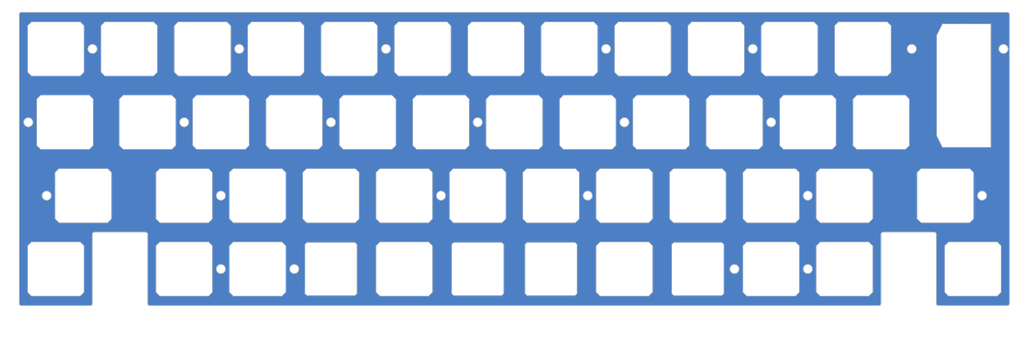
<source format=kicad_pcb>
(kicad_pcb (version 20221018) (generator pcbnew)
  (layers (0 "F.Cu" signal) (31 "B.Cu" signal) (34 "B.Paste" user) (35 "F.Paste" user) (36 "B.SilkS" user "B.Silkscreen") (37 "F.SilkS" user "F.Silkscreen") (38 "B.Mask" user) (39 "F.Mask" user) (44 "Edge.Cuts" user))
  (net 0 "")
  (net 1 "GND")
  (footprint "cipulot_parts:ecs_plate_cut_1U" (layer "F.Cu") (at 26.9875 91.28125)
    (fp_text reference "REF**")
    (fp_text value "Value " hide)
    (fp_line (start -7.3 -6) (end -7.3 6) (stroke (width 0.12)) (layer "Edge.Cuts"))
    (fp_line (start -7.3 6) (end -6.3 7) (stroke (width 0.12)) (layer "Edge.Cuts"))
    (fp_line (start -6.3 -7) (end -7.3 -6) (stroke (width 0.12)) (layer "Edge.Cuts"))
    (fp_line (start -6.3 7) (end 6.3 7) (stroke (width 0.12)) (layer "Edge.Cuts"))
    (fp_line (start 6.3 -7) (end -6.3 -7) (stroke (width 0.12)) (layer "Edge.Cuts"))
    (fp_line (start 6.3 -7) (end 7.3 -6) (stroke (width 0.12)) (layer "Edge.Cuts"))
    (fp_line (start 6.3 7) (end 7.3 6) (stroke (width 0.12)) (layer "Edge.Cuts"))
    (fp_line (start 7.3 6) (end 7.3 -6) (stroke (width 0.12)) (layer "Edge.Cuts"))
  )
  (footprint "cipulot_parts:ecs_plate_cut_1U" (layer "F.Cu") (at 136.525 72.23125)
    (fp_text reference "REF**")
    (fp_text value "Value " hide)
    (fp_line (start -7.3 -6) (end -7.3 6) (stroke (width 0.12)) (layer "Edge.Cuts"))
    (fp_line (start -7.3 6) (end -6.3 7) (stroke (width 0.12)) (layer "Edge.Cuts"))
    (fp_line (start -6.3 -7) (end -7.3 -6) (stroke (width 0.12)) (layer "Edge.Cuts"))
    (fp_line (start -6.3 7) (end 6.3 7) (stroke (width 0.12)) (layer "Edge.Cuts"))
    (fp_line (start 6.3 -7) (end -6.3 -7) (stroke (width 0.12)) (layer "Edge.Cuts"))
    (fp_line (start 6.3 -7) (end 7.3 -6) (stroke (width 0.12)) (layer "Edge.Cuts"))
    (fp_line (start 6.3 7) (end 7.3 6) (stroke (width 0.12)) (layer "Edge.Cuts"))
    (fp_line (start 7.3 6) (end 7.3 -6) (stroke (width 0.12)) (layer "Edge.Cuts"))
  )
  (footprint "cipulot_parts:ecs_plate_cut_1U" (layer "F.Cu") (at 146.05 53.18125)
    (fp_text reference "REF**")
    (fp_text value "Value " hide)
    (fp_line (start -7.3 -6) (end -7.3 6) (stroke (width 0.12)) (layer "Edge.Cuts"))
    (fp_line (start -7.3 6) (end -6.3 7) (stroke (width 0.12)) (layer "Edge.Cuts"))
    (fp_line (start -6.3 -7) (end -7.3 -6) (stroke (width 0.12)) (layer "Edge.Cuts"))
    (fp_line (start -6.3 7) (end 6.3 7) (stroke (width 0.12)) (layer "Edge.Cuts"))
    (fp_line (start 6.3 -7) (end -6.3 -7) (stroke (width 0.12)) (layer "Edge.Cuts"))
    (fp_line (start 6.3 -7) (end 7.3 -6) (stroke (width 0.12)) (layer "Edge.Cuts"))
    (fp_line (start 6.3 7) (end 7.3 6) (stroke (width 0.12)) (layer "Edge.Cuts"))
    (fp_line (start 7.3 6) (end 7.3 -6) (stroke (width 0.12)) (layer "Edge.Cuts"))
  )
  (footprint "cipulot_parts:ecs_plate_cut_1U" (layer "F.Cu") (at 46.0375 34.13125)
    (fp_text reference "REF**")
    (fp_text value "Value " hide)
    (fp_line (start -7.3 -6) (end -7.3 6) (stroke (width 0.12)) (layer "Edge.Cuts"))
    (fp_line (start -7.3 6) (end -6.3 7) (stroke (width 0.12)) (layer "Edge.Cuts"))
    (fp_line (start -6.3 -7) (end -7.3 -6) (stroke (width 0.12)) (layer "Edge.Cuts"))
    (fp_line (start -6.3 7) (end 6.3 7) (stroke (width 0.12)) (layer "Edge.Cuts"))
    (fp_line (start 6.3 -7) (end -6.3 -7) (stroke (width 0.12)) (layer "Edge.Cuts"))
    (fp_line (start 6.3 -7) (end 7.3 -6) (stroke (width 0.12)) (layer "Edge.Cuts"))
    (fp_line (start 6.3 7) (end 7.3 6) (stroke (width 0.12)) (layer "Edge.Cuts"))
    (fp_line (start 7.3 6) (end 7.3 -6) (stroke (width 0.12)) (layer "Edge.Cuts"))
  )
  (footprint "cipulot_parts:ecs_plate_cut_1U" (layer "F.Cu") (at 231.775 91.28125)
    (fp_text reference "REF**")
    (fp_text value "Value " hide)
    (fp_line (start -7.3 -6) (end -7.3 6) (stroke (width 0.12)) (layer "Edge.Cuts"))
    (fp_line (start -7.3 6) (end -6.3 7) (stroke (width 0.12)) (layer "Edge.Cuts"))
    (fp_line (start -6.3 -7) (end -7.3 -6) (stroke (width 0.12)) (layer "Edge.Cuts"))
    (fp_line (start -6.3 7) (end 6.3 7) (stroke (width 0.12)) (layer "Edge.Cuts"))
    (fp_line (start 6.3 -7) (end -6.3 -7) (stroke (width 0.12)) (layer "Edge.Cuts"))
    (fp_line (start 6.3 -7) (end 7.3 -6) (stroke (width 0.12)) (layer "Edge.Cuts"))
    (fp_line (start 6.3 7) (end 7.3 6) (stroke (width 0.12)) (layer "Edge.Cuts"))
    (fp_line (start 7.3 6) (end 7.3 -6) (stroke (width 0.12)) (layer "Edge.Cuts"))
  )
  (footprint "cipulot_parts:ecs_plate_cut_1U" (layer "F.Cu") (at 79.375 72.23125)
    (fp_text reference "REF**")
    (fp_text value "Value " hide)
    (fp_line (start -7.3 -6) (end -7.3 6) (stroke (width 0.12)) (layer "Edge.Cuts"))
    (fp_line (start -7.3 6) (end -6.3 7) (stroke (width 0.12)) (layer "Edge.Cuts"))
    (fp_line (start -6.3 -7) (end -7.3 -6) (stroke (width 0.12)) (layer "Edge.Cuts"))
    (fp_line (start -6.3 7) (end 6.3 7) (stroke (width 0.12)) (layer "Edge.Cuts"))
    (fp_line (start 6.3 -7) (end -6.3 -7) (stroke (width 0.12)) (layer "Edge.Cuts"))
    (fp_line (start 6.3 -7) (end 7.3 -6) (stroke (width 0.12)) (layer "Edge.Cuts"))
    (fp_line (start 6.3 7) (end 7.3 6) (stroke (width 0.12)) (layer "Edge.Cuts"))
    (fp_line (start 7.3 6) (end 7.3 -6) (stroke (width 0.12)) (layer "Edge.Cuts"))
  )
  (footprint "cipulot_parts:ecs_plate_cut_1U" (layer "F.Cu") (at 212.725 91.28125)
    (fp_text reference "REF**")
    (fp_text value "Value " hide)
    (fp_line (start -7.3 -6) (end -7.3 6) (stroke (width 0.12)) (layer "Edge.Cuts"))
    (fp_line (start -7.3 6) (end -6.3 7) (stroke (width 0.12)) (layer "Edge.Cuts"))
    (fp_line (start -6.3 -7) (end -7.3 -6) (stroke (width 0.12)) (layer "Edge.Cuts"))
    (fp_line (start -6.3 7) (end 6.3 7) (stroke (width 0.12)) (layer "Edge.Cuts"))
    (fp_line (start 6.3 -7) (end -6.3 -7) (stroke (width 0.12)) (layer "Edge.Cuts"))
    (fp_line (start 6.3 -7) (end 7.3 -6) (stroke (width 0.12)) (layer "Edge.Cuts"))
    (fp_line (start 6.3 7) (end 7.3 6) (stroke (width 0.12)) (layer "Edge.Cuts"))
    (fp_line (start 7.3 6) (end 7.3 -6) (stroke (width 0.12)) (layer "Edge.Cuts"))
  )
  (footprint "cipulot_parts:ecs_plate_cut_1U" (layer "F.Cu") (at 88.9 53.18125)
    (fp_text reference "REF**")
    (fp_text value "Value " hide)
    (fp_line (start -7.3 -6) (end -7.3 6) (stroke (width 0.12)) (layer "Edge.Cuts"))
    (fp_line (start -7.3 6) (end -6.3 7) (stroke (width 0.12)) (layer "Edge.Cuts"))
    (fp_line (start -6.3 -7) (end -7.3 -6) (stroke (width 0.12)) (layer "Edge.Cuts"))
    (fp_line (start -6.3 7) (end 6.3 7) (stroke (width 0.12)) (layer "Edge.Cuts"))
    (fp_line (start 6.3 -7) (end -6.3 -7) (stroke (width 0.12)) (layer "Edge.Cuts"))
    (fp_line (start 6.3 -7) (end 7.3 -6) (stroke (width 0.12)) (layer "Edge.Cuts"))
    (fp_line (start 6.3 7) (end 7.3 6) (stroke (width 0.12)) (layer "Edge.Cuts"))
    (fp_line (start 7.3 6) (end 7.3 -6) (stroke (width 0.12)) (layer "Edge.Cuts"))
  )
  (footprint "cipulot_parts:ecs_plate_cut_1U" (layer "F.Cu") (at 127 53.18125)
    (fp_text reference "REF**")
    (fp_text value "Value " hide)
    (fp_line (start -7.3 -6) (end -7.3 6) (stroke (width 0.12)) (layer "Edge.Cuts"))
    (fp_line (start -7.3 6) (end -6.3 7) (stroke (width 0.12)) (layer "Edge.Cuts"))
    (fp_line (start -6.3 -7) (end -7.3 -6) (stroke (width 0.12)) (layer "Edge.Cuts"))
    (fp_line (start -6.3 7) (end 6.3 7) (stroke (width 0.12)) (layer "Edge.Cuts"))
    (fp_line (start 6.3 -7) (end -6.3 -7) (stroke (width 0.12)) (layer "Edge.Cuts"))
    (fp_line (start 6.3 -7) (end 7.3 -6) (stroke (width 0.12)) (layer "Edge.Cuts"))
    (fp_line (start 6.3 7) (end 7.3 6) (stroke (width 0.12)) (layer "Edge.Cuts"))
    (fp_line (start 7.3 6) (end 7.3 -6) (stroke (width 0.12)) (layer "Edge.Cuts"))
  )
  (footprint "cipulot_parts:ecs_plate_cut_1U" (layer "F.Cu") (at 198.4375 34.13125)
    (fp_text reference "REF**")
    (fp_text value "Value " hide)
    (fp_line (start -7.3 -6) (end -7.3 6) (stroke (width 0.12)) (layer "Edge.Cuts"))
    (fp_line (start -7.3 6) (end -6.3 7) (stroke (width 0.12)) (layer "Edge.Cuts"))
    (fp_line (start -6.3 -7) (end -7.3 -6) (stroke (width 0.12)) (layer "Edge.Cuts"))
    (fp_line (start -6.3 7) (end 6.3 7) (stroke (width 0.12)) (layer "Edge.Cuts"))
    (fp_line (start 6.3 -7) (end -6.3 -7) (stroke (width 0.12)) (layer "Edge.Cuts"))
    (fp_line (start 6.3 -7) (end 7.3 -6) (stroke (width 0.12)) (layer "Edge.Cuts"))
    (fp_line (start 6.3 7) (end 7.3 6) (stroke (width 0.12)) (layer "Edge.Cuts"))
    (fp_line (start 7.3 6) (end 7.3 -6) (stroke (width 0.12)) (layer "Edge.Cuts"))
  )
  (footprint "cipulot_parts:ecs_plate_cut_1U" (layer "F.Cu") (at 203.2 53.18125)
    (fp_text reference "REF**")
    (fp_text value "Value " hide)
    (fp_line (start -7.3 -6) (end -7.3 6) (stroke (width 0.12)) (layer "Edge.Cuts"))
    (fp_line (start -7.3 6) (end -6.3 7) (stroke (width 0.12)) (layer "Edge.Cuts"))
    (fp_line (start -6.3 -7) (end -7.3 -6) (stroke (width 0.12)) (layer "Edge.Cuts"))
    (fp_line (start -6.3 7) (end 6.3 7) (stroke (width 0.12)) (layer "Edge.Cuts"))
    (fp_line (start 6.3 -7) (end -6.3 -7) (stroke (width 0.12)) (layer "Edge.Cuts"))
    (fp_line (start 6.3 -7) (end 7.3 -6) (stroke (width 0.12)) (layer "Edge.Cuts"))
    (fp_line (start 6.3 7) (end 7.3 6) (stroke (width 0.12)) (layer "Edge.Cuts"))
    (fp_line (start 7.3 6) (end 7.3 -6) (stroke (width 0.12)) (layer "Edge.Cuts"))
  )
  (footprint "cipulot_parts:ecs_plate_cut_1U" (layer "F.Cu") (at 79.375 91.28125)
    (fp_text reference "REF**")
    (fp_text value "Value " hide)
    (fp_line (start -7.3 -6) (end -7.3 6) (stroke (width 0.12)) (layer "Edge.Cuts"))
    (fp_line (start -7.3 6) (end -6.3 7) (stroke (width 0.12)) (layer "Edge.Cuts"))
    (fp_line (start -6.3 -7) (end -7.3 -6) (stroke (width 0.12)) (layer "Edge.Cuts"))
    (fp_line (start -6.3 7) (end 6.3 7) (stroke (width 0.12)) (layer "Edge.Cuts"))
    (fp_line (start 6.3 -7) (end -6.3 -7) (stroke (width 0.12)) (layer "Edge.Cuts"))
    (fp_line (start 6.3 -7) (end 7.3 -6) (stroke (width 0.12)) (layer "Edge.Cuts"))
    (fp_line (start 6.3 7) (end 7.3 6) (stroke (width 0.12)) (layer "Edge.Cuts"))
    (fp_line (start 7.3 6) (end 7.3 -6) (stroke (width 0.12)) (layer "Edge.Cuts"))
  )
  (footprint "cipulot_parts:ecs_plate_cut_1U" (layer "F.Cu") (at 165.1 53.18125)
    (fp_text reference "REF**")
    (fp_text value "Value " hide)
    (fp_line (start -7.3 -6) (end -7.3 6) (stroke (width 0.12)) (layer "Edge.Cuts"))
    (fp_line (start -7.3 6) (end -6.3 7) (stroke (width 0.12)) (layer "Edge.Cuts"))
    (fp_line (start -6.3 -7) (end -7.3 -6) (stroke (width 0.12)) (layer "Edge.Cuts"))
    (fp_line (start -6.3 7) (end 6.3 7) (stroke (width 0.12)) (layer "Edge.Cuts"))
    (fp_line (start 6.3 -7) (end -6.3 -7) (stroke (width 0.12)) (layer "Edge.Cuts"))
    (fp_line (start 6.3 -7) (end 7.3 -6) (stroke (width 0.12)) (layer "Edge.Cuts"))
    (fp_line (start 6.3 7) (end 7.3 6) (stroke (width 0.12)) (layer "Edge.Cuts"))
    (fp_line (start 7.3 6) (end 7.3 -6) (stroke (width 0.12)) (layer "Edge.Cuts"))
  )
  (footprint "cipulot_parts:ecs_plate_cut_1U" (layer "F.Cu") (at 217.4875 34.13125)
    (fp_text reference "REF**")
    (fp_text value "Value " hide)
    (fp_line (start -7.3 -6) (end -7.3 6) (stroke (width 0.12)) (layer "Edge.Cuts"))
    (fp_line (start -7.3 6) (end -6.3 7) (stroke (width 0.12)) (layer "Edge.Cuts"))
    (fp_line (start -6.3 -7) (end -7.3 -6) (stroke (width 0.12)) (layer "Edge.Cuts"))
    (fp_line (start -6.3 7) (end 6.3 7) (stroke (width 0.12)) (layer "Edge.Cuts"))
    (fp_line (start 6.3 -7) (end -6.3 -7) (stroke (width 0.12)) (layer "Edge.Cuts"))
    (fp_line (start 6.3 -7) (end 7.3 -6) (stroke (width 0.12)) (layer "Edge.Cuts"))
    (fp_line (start 6.3 7) (end 7.3 6) (stroke (width 0.12)) (layer "Edge.Cuts"))
    (fp_line (start 7.3 6) (end 7.3 -6) (stroke (width 0.12)) (layer "Edge.Cuts"))
  )
  (footprint "cipulot_parts:ecs_plate_cut_1U" (layer "F.Cu") (at 117.475 72.23125)
    (fp_text reference "REF**")
    (fp_text value "Value " hide)
    (fp_line (start -7.3 -6) (end -7.3 6) (stroke (width 0.12)) (layer "Edge.Cuts"))
    (fp_line (start -7.3 6) (end -6.3 7) (stroke (width 0.12)) (layer "Edge.Cuts"))
    (fp_line (start -6.3 -7) (end -7.3 -6) (stroke (width 0.12)) (layer "Edge.Cuts"))
    (fp_line (start -6.3 7) (end 6.3 7) (stroke (width 0.12)) (layer "Edge.Cuts"))
    (fp_line (start 6.3 -7) (end -6.3 -7) (stroke (width 0.12)) (layer "Edge.Cuts"))
    (fp_line (start 6.3 -7) (end 7.3 -6) (stroke (width 0.12)) (layer "Edge.Cuts"))
    (fp_line (start 6.3 7) (end 7.3 6) (stroke (width 0.12)) (layer "Edge.Cuts"))
    (fp_line (start 7.3 6) (end 7.3 -6) (stroke (width 0.12)) (layer "Edge.Cuts"))
  )
  (footprint "cipulot_parts:ecs_plate_cut_1U" (layer "F.Cu") (at 84.137501 34.13125)
    (fp_text reference "REF**")
    (fp_text value "Value " hide)
    (fp_line (start -7.3 -6) (end -7.3 6) (stroke (width 0.12)) (layer "Edge.Cuts"))
    (fp_line (start -7.3 6) (end -6.3 7) (stroke (width 0.12)) (layer "Edge.Cuts"))
    (fp_line (start -6.3 -7) (end -7.3 -6) (stroke (width 0.12)) (layer "Edge.Cuts"))
    (fp_line (start -6.3 7) (end 6.3 7) (stroke (width 0.12)) (layer "Edge.Cuts"))
    (fp_line (start 6.3 -7) (end -6.3 -7) (stroke (width 0.12)) (layer "Edge.Cuts"))
    (fp_line (start 6.3 -7) (end 7.3 -6) (stroke (width 0.12)) (layer "Edge.Cuts"))
    (fp_line (start 6.3 7) (end 7.3 6) (stroke (width 0.12)) (layer "Edge.Cuts"))
    (fp_line (start 7.3 6) (end 7.3 -6) (stroke (width 0.12)) (layer "Edge.Cuts"))
  )
  (footprint "cipulot_parts:ecs_plate_cut_1U" (layer "F.Cu") (at 34.13125 72.23125)
    (fp_text reference "REF**")
    (fp_text value "Value " hide)
    (fp_line (start -7.3 -6) (end -7.3 6) (stroke (width 0.12)) (layer "Edge.Cuts"))
    (fp_line (start -7.3 6) (end -6.3 7) (stroke (width 0.12)) (layer "Edge.Cuts"))
    (fp_line (start -6.3 -7) (end -7.3 -6) (stroke (width 0.12)) (layer "Edge.Cuts"))
    (fp_line (start -6.3 7) (end 6.3 7) (stroke (width 0.12)) (layer "Edge.Cuts"))
    (fp_line (start 6.3 -7) (end -6.3 -7) (stroke (width 0.12)) (layer "Edge.Cuts"))
    (fp_line (start 6.3 -7) (end 7.3 -6) (stroke (width 0.12)) (layer "Edge.Cuts"))
    (fp_line (start 6.3 7) (end 7.3 6) (stroke (width 0.12)) (layer "Edge.Cuts"))
    (fp_line (start 7.3 6) (end 7.3 -6) (stroke (width 0.12)) (layer "Edge.Cuts"))
  )
  (footprint "cipulot_parts:ecs_plate_cut_1U" (layer "F.Cu") (at 155.575 72.23125)
    (fp_text reference "REF**")
    (fp_text value "Value " hide)
    (fp_line (start -7.3 -6) (end -7.3 6) (stroke (width 0.12)) (layer "Edge.Cuts"))
    (fp_line (start -7.3 6) (end -6.3 7) (stroke (width 0.12)) (layer "Edge.Cuts"))
    (fp_line (start -6.3 -7) (end -7.3 -6) (stroke (width 0.12)) (layer "Edge.Cuts"))
    (fp_line (start -6.3 7) (end 6.3 7) (stroke (width 0.12)) (layer "Edge.Cuts"))
    (fp_line (start 6.3 -7) (end -6.3 -7) (stroke (width 0.12)) (layer "Edge.Cuts"))
    (fp_line (start 6.3 -7) (end 7.3 -6) (stroke (width 0.12)) (layer "Edge.Cuts"))
    (fp_line (start 6.3 7) (end 7.3 6) (stroke (width 0.12)) (layer "Edge.Cuts"))
    (fp_line (start 7.3 6) (end 7.3 -6) (stroke (width 0.12)) (layer "Edge.Cuts"))
  )
  (footprint "cipulot_parts:ecs_plate_cut_1U" (layer "F.Cu") (at 60.325 72.23125)
    (fp_text reference "REF**")
    (fp_text value "Value " hide)
    (fp_line (start -7.3 -6) (end -7.3 6) (stroke (width 0.12)) (layer "Edge.Cuts"))
    (fp_line (start -7.3 6) (end -6.3 7) (stroke (width 0.12)) (layer "Edge.Cuts"))
    (fp_line (start -6.3 -7) (end -7.3 -6) (stroke (width 0.12)) (layer "Edge.Cuts"))
    (fp_line (start -6.3 7) (end 6.3 7) (stroke (width 0.12)) (layer "Edge.Cuts"))
    (fp_line (start 6.3 -7) (end -6.3 -7) (stroke (width 0.12)) (layer "Edge.Cuts"))
    (fp_line (start 6.3 -7) (end 7.3 -6) (stroke (width 0.12)) (layer "Edge.Cuts"))
    (fp_line (start 6.3 7) (end 7.3 6) (stroke (width 0.12)) (layer "Edge.Cuts"))
    (fp_line (start 7.3 6) (end 7.3 -6) (stroke (width 0.12)) (layer "Edge.Cuts"))
  )
  (footprint "cipulot_parts:ecs_plate_cut_1U" (layer "F.Cu") (at 50.8 53.18125)
    (fp_text reference "REF**")
    (fp_text value "Value " hide)
    (fp_line (start -7.3 -6) (end -7.3 6) (stroke (width 0.12)) (layer "Edge.Cuts"))
    (fp_line (start -7.3 6) (end -6.3 7) (stroke (width 0.12)) (layer "Edge.Cuts"))
    (fp_line (start -6.3 -7) (end -7.3 -6) (stroke (width 0.12)) (layer "Edge.Cuts"))
    (fp_line (start -6.3 7) (end 6.3 7) (stroke (width 0.12)) (layer "Edge.Cuts"))
    (fp_line (start 6.3 -7) (end -6.3 -7) (stroke (width 0.12)) (layer "Edge.Cuts"))
    (fp_line (start 6.3 -7) (end 7.3 -6) (stroke (width 0.12)) (layer "Edge.Cuts"))
    (fp_line (start 6.3 7) (end 7.3 6) (stroke (width 0.12)) (layer "Edge.Cuts"))
    (fp_line (start 7.3 6) (end 7.3 -6) (stroke (width 0.12)) (layer "Edge.Cuts"))
  )
  (footprint "cipulot_parts:ecs_plate_cut_1U" (layer "F.Cu") (at 107.95 53.18125)
    (fp_text reference "REF**")
    (fp_text value "Value " hide)
    (fp_line (start -7.3 -6) (end -7.3 6) (stroke (width 0.12)) (layer "Edge.Cuts"))
    (fp_line (start -7.3 6) (end -6.3 7) (stroke (width 0.12)) (layer "Edge.Cuts"))
    (fp_line (start -6.3 -7) (end -7.3 -6) (stroke (width 0.12)) (layer "Edge.Cuts"))
    (fp_line (start -6.3 7) (end 6.3 7) (stroke (width 0.12)) (layer "Edge.Cuts"))
    (fp_line (start 6.3 -7) (end -6.3 -7) (stroke (width 0.12)) (layer "Edge.Cuts"))
    (fp_line (start 6.3 -7) (end 7.3 -6) (stroke (width 0.12)) (layer "Edge.Cuts"))
    (fp_line (start 6.3 7) (end 7.3 6) (stroke (width 0.12)) (layer "Edge.Cuts"))
    (fp_line (start 7.3 6) (end 7.3 -6) (stroke (width 0.12)) (layer "Edge.Cuts"))
  )
  (footprint "cipulot_parts:ecs_plate_cut_1U" (layer "F.Cu") (at 117.475 91.28125)
    (fp_text reference "REF**")
    (fp_text value "Value " hide)
    (fp_line (start -7.3 -6) (end -7.3 6) (stroke (width 0.12)) (layer "Edge.Cuts"))
    (fp_line (start -7.3 6) (end -6.3 7) (stroke (width 0.12)) (layer "Edge.Cuts"))
    (fp_line (start -6.3 -7) (end -7.3 -6) (stroke (width 0.12)) (layer "Edge.Cuts"))
    (fp_line (start -6.3 7) (end 6.3 7) (stroke (width 0.12)) (layer "Edge.Cuts"))
    (fp_line (start 6.3 -7) (end -6.3 -7) (stroke (width 0.12)) (layer "Edge.Cuts"))
    (fp_line (start 6.3 -7) (end 7.3 -6) (stroke (width 0.12)) (layer "Edge.Cuts"))
    (fp_line (start 6.3 7) (end 7.3 6) (stroke (width 0.12)) (layer "Edge.Cuts"))
    (fp_line (start 7.3 6) (end 7.3 -6) (stroke (width 0.12)) (layer "Edge.Cuts"))
  )
  (footprint "cipulot_parts:ecs_plate_cut_1U" (layer "F.Cu") (at 65.0875 34.13125)
    (fp_text reference "REF**")
    (fp_text value "Value " hide)
    (fp_line (start -7.3 -6) (end -7.3 6) (stroke (width 0.12)) (layer "Edge.Cuts"))
    (fp_line (start -7.3 6) (end -6.3 7) (stroke (width 0.12)) (layer "Edge.Cuts"))
    (fp_line (start -6.3 -7) (end -7.3 -6) (stroke (width 0.12)) (layer "Edge.Cuts"))
    (fp_line (start -6.3 7) (end 6.3 7) (stroke (width 0.12)) (layer "Edge.Cuts"))
    (fp_line (start 6.3 -7) (end -6.3 -7) (stroke (width 0.12)) (layer "Edge.Cuts"))
    (fp_line (start 6.3 -7) (end 7.3 -6) (stroke (width 0.12)) (layer "Edge.Cuts"))
    (fp_line (start 6.3 7) (end 7.3 6) (stroke (width 0.12)) (layer "Edge.Cuts"))
    (fp_line (start 7.3 6) (end 7.3 -6) (stroke (width 0.12)) (layer "Edge.Cuts"))
  )
  (footprint "cipulot_parts:ecs_plate_cut_1U" (layer "F.Cu") (at 141.2875 34.13125)
    (fp_text reference "REF**")
    (fp_text value "Value " hide)
    (fp_line (start -7.3 -6) (end -7.3 6) (stroke (width 0.12)) (layer "Edge.Cuts"))
    (fp_line (start -7.3 6) (end -6.3 7) (stroke (width 0.12)) (layer "Edge.Cuts"))
    (fp_line (start -6.3 -7) (end -7.3 -6) (stroke (width 0.12)) (layer "Edge.Cuts"))
    (fp_line (start -6.3 7) (end 6.3 7) (stroke (width 0.12)) (layer "Edge.Cuts"))
    (fp_line (start 6.3 -7) (end -6.3 -7) (stroke (width 0.12)) (layer "Edge.Cuts"))
    (fp_line (start 6.3 -7) (end 7.3 -6) (stroke (width 0.12)) (layer "Edge.Cuts"))
    (fp_line (start 6.3 7) (end 7.3 6) (stroke (width 0.12)) (layer "Edge.Cuts"))
    (fp_line (start 7.3 6) (end 7.3 -6) (stroke (width 0.12)) (layer "Edge.Cuts"))
  )
  (footprint "cipulot_parts:ecs_plate_cut_1U" (layer "F.Cu") (at 29.36875 53.18125)
    (fp_text reference "REF**")
    (fp_text value "Value " hide)
    (fp_line (start -7.3 -6) (end -7.3 6) (stroke (width 0.12)) (layer "Edge.Cuts"))
    (fp_line (start -7.3 6) (end -6.3 7) (stroke (width 0.12)) (layer "Edge.Cuts"))
    (fp_line (start -6.3 -7) (end -7.3 -6) (stroke (width 0.12)) (layer "Edge.Cuts"))
    (fp_line (start -6.3 7) (end 6.3 7) (stroke (width 0.12)) (layer "Edge.Cuts"))
    (fp_line (start 6.3 -7) (end -6.3 -7) (stroke (width 0.12)) (layer "Edge.Cuts"))
    (fp_line (start 6.3 -7) (end 7.3 -6) (stroke (width 0.12)) (layer "Edge.Cuts"))
    (fp_line (start 6.3 7) (end 7.3 6) (stroke (width 0.12)) (layer "Edge.Cuts"))
    (fp_line (start 7.3 6) (end 7.3 -6) (stroke (width 0.12)) (layer "Edge.Cuts"))
  )
  (footprint "cipulot_parts:ecs_plate_cut_1U" (layer "F.Cu") (at 160.3375 34.13125)
    (fp_text reference "REF**")
    (fp_text value "Value " hide)
    (fp_line (start -7.3 -6) (end -7.3 6) (stroke (width 0.12)) (layer "Edge.Cuts"))
    (fp_line (start -7.3 6) (end -6.3 7) (stroke (width 0.12)) (layer "Edge.Cuts"))
    (fp_line (start -6.3 -7) (end -7.3 -6) (stroke (width 0.12)) (layer "Edge.Cuts"))
    (fp_line (start -6.3 7) (end 6.3 7) (stroke (width 0.12)) (layer "Edge.Cuts"))
    (fp_line (start 6.3 -7) (end -6.3 -7) (stroke (width 0.12)) (layer "Edge.Cuts"))
    (fp_line (start 6.3 -7) (end 7.3 -6) (stroke (width 0.12)) (layer "Edge.Cuts"))
    (fp_line (start 6.3 7) (end 7.3 6) (stroke (width 0.12)) (layer "Edge.Cuts"))
    (fp_line (start 7.3 6) (end 7.3 -6) (stroke (width 0.12)) (layer "Edge.Cuts"))
  )
  (footprint "cipulot_parts:ecs_plate_cut_1U" (layer "F.Cu") (at 174.625 91.28125)
    (fp_text reference "REF**")
    (fp_text value "Value " hide)
    (fp_line (start -7.3 -6) (end -7.3 6) (stroke (width 0.12)) (layer "Edge.Cuts"))
    (fp_line (start -7.3 6) (end -6.3 7) (stroke (width 0.12)) (layer "Edge.Cuts"))
    (fp_line (start -6.3 -7) (end -7.3 -6) (stroke (width 0.12)) (layer "Edge.Cuts"))
    (fp_line (start -6.3 7) (end 6.3 7) (stroke (width 0.12)) (layer "Edge.Cuts"))
    (fp_line (start 6.3 -7) (end -6.3 -7) (stroke (width 0.12)) (layer "Edge.Cuts"))
    (fp_line (start 6.3 -7) (end 7.3 -6) (stroke (width 0.12)) (layer "Edge.Cuts"))
    (fp_line (start 6.3 7) (end 7.3 6) (stroke (width 0.12)) (layer "Edge.Cuts"))
    (fp_line (start 7.3 6) (end 7.3 -6) (stroke (width 0.12)) (layer "Edge.Cuts"))
  )
  (footprint "cipulot_parts:ecs_plate_cut_1U" (layer "F.Cu") (at 122.2375 34.13125)
    (fp_text reference "REF**")
    (fp_text value "Value " hide)
    (fp_line (start -7.3 -6) (end -7.3 6) (stroke (width 0.12)) (layer "Edge.Cuts"))
    (fp_line (start -7.3 6) (end -6.3 7) (stroke (width 0.12)) (layer "Edge.Cuts"))
    (fp_line (start -6.3 -7) (end -7.3 -6) (stroke (width 0.12)) (layer "Edge.Cuts"))
    (fp_line (start -6.3 7) (end 6.3 7) (stroke (width 0.12)) (layer "Edge.Cuts"))
    (fp_line (start 6.3 -7) (end -6.3 -7) (stroke (width 0.12)) (layer "Edge.Cuts"))
    (fp_line (start 6.3 -7) (end 7.3 -6) (stroke (width 0.12)) (layer "Edge.Cuts"))
    (fp_line (start 6.3 7) (end 7.3 6) (stroke (width 0.12)) (layer "Edge.Cuts"))
    (fp_line (start 7.3 6) (end 7.3 -6) (stroke (width 0.12)) (layer "Edge.Cuts"))
  )
  (footprint "cipulot_parts:ecs_plate_cut_1U" (layer "F.Cu") (at 212.725 72.23125)
    (fp_text reference "REF**")
    (fp_text value "Value " hide)
    (fp_line (start -7.3 -6) (end -7.3 6) (stroke (width 0.12)) (layer "Edge.Cuts"))
    (fp_line (start -7.3 6) (end -6.3 7) (stroke (width 0.12)) (layer "Edge.Cuts"))
    (fp_line (start -6.3 -7) (end -7.3 -6) (stroke (width 0.12)) (layer "Edge.Cuts"))
    (fp_line (start -6.3 7) (end 6.3 7) (stroke (width 0.12)) (layer "Edge.Cuts"))
    (fp_line (start 6.3 -7) (end -6.3 -7) (stroke (width 0.12)) (layer "Edge.Cuts"))
    (fp_line (start 6.3 -7) (end 7.3 -6) (stroke (width 0.12)) (layer "Edge.Cuts"))
    (fp_line (start 6.3 7) (end 7.3 6) (stroke (width 0.12)) (layer "Edge.Cuts"))
    (fp_line (start 7.3 6) (end 7.3 -6) (stroke (width 0.12)) (layer "Edge.Cuts"))
  )
  (footprint "cipulot_parts:ecs_plate_cut_1U" (layer "F.Cu") (at 257.96875 72.23125)
    (fp_text reference "REF**")
    (fp_text value "Value " hide)
    (fp_line (start -7.3 -6) (end -7.3 6) (stroke (width 0.12)) (layer "Edge.Cuts"))
    (fp_line (start -7.3 6) (end -6.3 7) (stroke (width 0.12)) (layer "Edge.Cuts"))
    (fp_line (start -6.3 -7) (end -7.3 -6) (stroke (width 0.12)) (layer "Edge.Cuts"))
    (fp_line (start -6.3 7) (end 6.3 7) (stroke (width 0.12)) (layer "Edge.Cuts"))
    (fp_line (start 6.3 -7) (end -6.3 -7) (stroke (width 0.12)) (layer "Edge.Cuts"))
    (fp_line (start 6.3 -7) (end 7.3 -6) (stroke (width 0.12)) (layer "Edge.Cuts"))
    (fp_line (start 6.3 7) (end 7.3 6) (stroke (width 0.12)) (layer "Edge.Cuts"))
    (fp_line (start 7.3 6) (end 7.3 -6) (stroke (width 0.12)) (layer "Edge.Cuts"))
  )
  (footprint "cipulot_parts:ecs_plate_cut_1U" (layer "F.Cu") (at 69.85 53.18125)
    (fp_text reference "REF**")
    (fp_text value "Value " hide)
    (fp_line (start -7.3 -6) (end -7.3 6) (stroke (width 0.12)) (layer "Edge.Cuts"))
    (fp_line (start -7.3 6) (end -6.3 7) (stroke (width 0.12)) (layer "Edge.Cuts"))
    (fp_line (start -6.3 -7) (end -7.3 -6) (stroke (width 0.12)) (layer "Edge.Cuts"))
    (fp_line (start -6.3 7) (end 6.3 7) (stroke (width 0.12)) (layer "Edge.Cuts"))
    (fp_line (start 6.3 -7) (end -6.3 -7) (stroke (width 0.12)) (layer "Edge.Cuts"))
    (fp_line (start 6.3 -7) (end 7.3 -6) (stroke (width 0.12)) (layer "Edge.Cuts"))
    (fp_line (start 6.3 7) (end 7.3 6) (stroke (width 0.12)) (layer "Edge.Cuts"))
    (fp_line (start 7.3 6) (end 7.3 -6) (stroke (width 0.12)) (layer "Edge.Cuts"))
  )
  (footprint "cipulot_parts:ecs_plate_cut_1U" (layer "F.Cu") (at 231.775 72.23125)
    (fp_text reference "REF**")
    (fp_text value "Value " hide)
    (fp_line (start -7.3 -6) (end -7.3 6) (stroke (width 0.12)) (layer "Edge.Cuts"))
    (fp_line (start -7.3 6) (end -6.3 7) (stroke (width 0.12)) (layer "Edge.Cuts"))
    (fp_line (start -6.3 -7) (end -7.3 -6) (stroke (width 0.12)) (layer "Edge.Cuts"))
    (fp_line (start -6.3 7) (end 6.3 7) (stroke (width 0.12)) (layer "Edge.Cuts"))
    (fp_line (start 6.3 -7) (end -6.3 -7) (stroke (width 0.12)) (layer "Edge.Cuts"))
    (fp_line (start 6.3 -7) (end 7.3 -6) (stroke (width 0.12)) (layer "Edge.Cuts"))
    (fp_line (start 6.3 7) (end 7.3 6) (stroke (width 0.12)) (layer "Edge.Cuts"))
    (fp_line (start 7.3 6) (end 7.3 -6) (stroke (width 0.12)) (layer "Edge.Cuts"))
  )
  (footprint "cipulot_parts:ecs_plate_cut_1U" (layer "F.Cu") (at 174.625 72.23125)
    (fp_text reference "REF**")
    (fp_text value "Value " hide)
    (fp_line (start -7.3 -6) (end -7.3 6) (stroke (width 0.12)) (layer "Edge.Cuts"))
    (fp_line (start -7.3 6) (end -6.3 7) (stroke (width 0.12)) (layer "Edge.Cuts"))
    (fp_line (start -6.3 -7) (end -7.3 -6) (stroke (width 0.12)) (layer "Edge.Cuts"))
    (fp_line (start -6.3 7) (end 6.3 7) (stroke (width 0.12)) (layer "Edge.Cuts"))
    (fp_line (start 6.3 -7) (end -6.3 -7) (stroke (width 0.12)) (layer "Edge.Cuts"))
    (fp_line (start 6.3 -7) (end 7.3 -6) (stroke (width 0.12)) (layer "Edge.Cuts"))
    (fp_line (start 6.3 7) (end 7.3 6) (stroke (width 0.12)) (layer "Edge.Cuts"))
    (fp_line (start 7.3 6) (end 7.3 -6) (stroke (width 0.12)) (layer "Edge.Cuts"))
  )
  (footprint "cipulot_parts:ecs_plate_cut_1U" (layer "F.Cu") (at 98.425 72.23125)
    (fp_text reference "REF**")
    (fp_text value "Value " hide)
    (fp_line (start -7.3 -6) (end -7.3 6) (stroke (width 0.12)) (layer "Edge.Cuts"))
    (fp_line (start -7.3 6) (end -6.3 7) (stroke (width 0.12)) (layer "Edge.Cuts"))
    (fp_line (start -6.3 -7) (end -7.3 -6) (stroke (width 0.12)) (layer "Edge.Cuts"))
    (fp_line (start -6.3 7) (end 6.3 7) (stroke (width 0.12)) (layer "Edge.Cuts"))
    (fp_line (start 6.3 -7) (end -6.3 -7) (stroke (width 0.12)) (layer "Edge.Cuts"))
    (fp_line (start 6.3 -7) (end 7.3 -6) (stroke (width 0.12)) (layer "Edge.Cuts"))
    (fp_line (start 6.3 7) (end 7.3 6) (stroke (width 0.12)) (layer "Edge.Cuts"))
    (fp_line (start 7.3 6) (end 7.3 -6) (stroke (width 0.12)) (layer "Edge.Cuts"))
  )
  (footprint "cipulot_parts:ecs_plate_cut_1U" (layer "F.Cu") (at 222.25 53.18125)
    (fp_text reference "REF**")
    (fp_text value "Value " hide)
    (fp_line (start -7.3 -6) (end -7.3 6) (stroke (width 0.12)) (layer "Edge.Cuts"))
    (fp_line (start -7.3 6) (end -6.3 7) (stroke (width 0.12)) (layer "Edge.Cuts"))
    (fp_line (start -6.3 -7) (end -7.3 -6) (stroke (width 0.12)) (layer "Edge.Cuts"))
    (fp_line (start -6.3 7) (end 6.3 7) (stroke (width 0.12)) (layer "Edge.Cuts"))
    (fp_line (start 6.3 -7) (end -6.3 -7) (stroke (width 0.12)) (layer "Edge.Cuts"))
    (fp_line (start 6.3 -7) (end 7.3 -6) (stroke (width 0.12)) (layer "Edge.Cuts"))
    (fp_line (start 6.3 7) (end 7.3 6) (stroke (width 0.12)) (layer "Edge.Cuts"))
    (fp_line (start 7.3 6) (end 7.3 -6) (stroke (width 0.12)) (layer "Edge.Cuts"))
  )
  (footprint "cipulot_parts:ecs_plate_cut_1U" (layer "F.Cu") (at 236.5375 34.13125)
    (fp_text reference "REF**")
    (fp_text value "Value " hide)
    (fp_line (start -7.3 -6) (end -7.3 6) (stroke (width 0.12)) (layer "Edge.Cuts"))
    (fp_line (start -7.3 6) (end -6.3 7) (stroke (width 0.12)) (layer "Edge.Cuts"))
    (fp_line (start -6.3 -7) (end -7.3 -6) (stroke (width 0.12)) (layer "Edge.Cuts"))
    (fp_line (start -6.3 7) (end 6.3 7) (stroke (width 0.12)) (layer "Edge.Cuts"))
    (fp_line (start 6.3 -7) (end -6.3 -7) (stroke (width 0.12)) (layer "Edge.Cuts"))
    (fp_line (start 6.3 -7) (end 7.3 -6) (stroke (width 0.12)) (layer "Edge.Cuts"))
    (fp_line (start 6.3 7) (end 7.3 6) (stroke (width 0.12)) (layer "Edge.Cuts"))
    (fp_line (start 7.3 6) (end 7.3 -6) (stroke (width 0.12)) (layer "Edge.Cuts"))
  )
  (footprint "cipulot_parts:ecs_plate_cut_1U" (layer "F.Cu") (at 193.675 72.23125)
    (fp_text reference "REF**")
    (fp_text value "Value " hide)
    (fp_line (start -7.3 -6) (end -7.3 6) (stroke (width 0.12)) (layer "Edge.Cuts"))
    (fp_line (start -7.3 6) (end -6.3 7) (stroke (width 0.12)) (layer "Edge.Cuts"))
    (fp_line (start -6.3 -7) (end -7.3 -6) (stroke (width 0.12)) (layer "Edge.Cuts"))
    (fp_line (start -6.3 7) (end 6.3 7) (stroke (width 0.12)) (layer "Edge.Cuts"))
    (fp_line (start 6.3 -7) (end -6.3 -7) (stroke (width 0.12)) (layer "Edge.Cuts"))
    (fp_line (start 6.3 -7) (end 7.3 -6) (stroke (width 0.12)) (layer "Edge.Cuts"))
    (fp_line (start 6.3 7) (end 7.3 6) (stroke (width 0.12)) (layer "Edge.Cuts"))
    (fp_line (start 7.3 6) (end 7.3 -6) (stroke (width 0.12)) (layer "Edge.Cuts"))
  )
  (footprint "cipulot_parts:ecs_plate_cut_1U" (layer "F.Cu") (at 103.1875 34.13125)
    (fp_text reference "REF**")
    (fp_text value "Value " hide)
    (fp_line (start -7.3 -6) (end -7.3 6) (stroke (width 0.12)) (layer "Edge.Cuts"))
    (fp_line (start -7.3 6) (end -6.3 7) (stroke (width 0.12)) (layer "Edge.Cuts"))
    (fp_line (start -6.3 -7) (end -7.3 -6) (stroke (width 0.12)) (layer "Edge.Cuts"))
    (fp_line (start -6.3 7) (end 6.3 7) (stroke (width 0.12)) (layer "Edge.Cuts"))
    (fp_line (start 6.3 -7) (end -6.3 -7) (stroke (width 0.12)) (layer "Edge.Cuts"))
    (fp_line (start 6.3 -7) (end 7.3 -6) (stroke (width 0.12)) (layer "Edge.Cuts"))
    (fp_line (start 6.3 7) (end 7.3 6) (stroke (width 0.12)) (layer "Edge.Cuts"))
    (fp_line (start 7.3 6) (end 7.3 -6) (stroke (width 0.12)) (layer "Edge.Cuts"))
  )
  (footprint "cipulot_parts:ecs_plate_cut_1U" (layer "F.Cu") (at 184.15 53.18125)
    (fp_text reference "REF**")
    (fp_text value "Value " hide)
    (fp_line (start -7.3 -6) (end -7.3 6) (stroke (width 0.12)) (layer "Edge.Cuts"))
    (fp_line (start -7.3 6) (end -6.3 7) (stroke (width 0.12)) (layer "Edge.Cuts"))
    (fp_line (start -6.3 -7) (end -7.3 -6) (stroke (width 0.12)) (layer "Edge.Cuts"))
    (fp_line (start -6.3 7) (end 6.3 7) (stroke (width 0.12)) (layer "Edge.Cuts"))
    (fp_line (start 6.3 -7) (end -6.3 -7) (stroke (width 0.12)) (layer "Edge.Cuts"))
    (fp_line (start 6.3 -7) (end 7.3 -6) (stroke (width 0.12)) (layer "Edge.Cuts"))
    (fp_line (start 6.3 7) (end 7.3 6) (stroke (width 0.12)) (layer "Edge.Cuts"))
    (fp_line (start 7.3 6) (end 7.3 -6) (stroke (width 0.12)) (layer "Edge.Cuts"))
  )
  (footprint "cipulot_parts:ecs_plate_cut_1U" (layer "F.Cu") (at 179.3875 34.13125)
    (fp_text reference "REF**")
    (fp_text value "Value " hide)
    (fp_line (start -7.3 -6) (end -7.3 6) (stroke (width 0.12)) (layer "Edge.Cuts"))
    (fp_line (start -7.3 6) (end -6.3 7) (stroke (width 0.12)) (layer "Edge.Cuts"))
    (fp_line (start -6.3 -7) (end -7.3 -6) (stroke (width 0.12)) (layer "Edge.Cuts"))
    (fp_line (start -6.3 7) (end 6.3 7) (stroke (width 0.12)) (layer "Edge.Cuts"))
    (fp_line (start 6.3 -7) (end -6.3 -7) (stroke (width 0.12)) (layer "Edge.Cuts"))
    (fp_line (start 6.3 -7) (end 7.3 -6) (stroke (width 0.12)) (layer "Edge.Cuts"))
    (fp_line (start 6.3 7) (end 7.3 6) (stroke (width 0.12)) (layer "Edge.Cuts"))
    (fp_line (start 7.3 6) (end 7.3 -6) (stroke (width 0.12)) (layer "Edge.Cuts"))
  )
  (footprint "cipulot_parts:ecs_plate_cut_3U_space_stab" (layer "F.Cu") (at 117.475 91.28125)
    (fp_text reference "REF**")
    (fp_text value "Value " hide)
    (fp_line (start -25.781 -6.3635) (end -25.781 6.3635) (stroke (width 0.12)) (layer "Edge.Cuts"))
    (fp_line (start -25.781 6.3635) (end -25.274 6.8705) (stroke (width 0.12)) (layer "Edge.Cuts"))
    (fp_line (start -25.274 -6.8705) (end -25.781 -6.3635) (stroke (width 0.12)) (layer "Edge.Cuts"))
    (fp_line (start -25.274 6.8705) (end -12.826 6.8705) (stroke (width 0.12)) (layer "Edge.Cuts"))
    (fp_line (start -12.826 -6.8705) (end -25.274 -6.8705) (stroke (width 0.12)) (layer "Edge.Cuts"))
    (fp_line (start -12.826 6.8705) (end -12.319 6.3635) (stroke (width 0.12)) (layer "Edge.Cuts"))
    (fp_line (start -12.319 -6.3635) (end -12.826 -6.8705) (stroke (width 0.12)) (layer "Edge.Cuts"))
    (fp_line (start -12.319 6.3635) (end -12.319 -6.3635) (stroke (width 0.12)) (layer "Edge.Cuts"))
    (fp_line (start 12.319 -6.3635) (end 12.319 6.3635) (stroke (width 0.12)) (layer "Edge.Cuts"))
    (fp_line (start 12.319 -6.3635) (end 12.819 -6.8705) (stroke (width 0.12)) (layer "Edge.Cuts"))
    (fp_line (start 12.319 6.3635) (end 12.826 6.8705) (stroke (width 0.12)) (layer "Edge.Cuts"))
    (fp_line (start 12.819 -6.8705) (end 25.281 -6.8705) (stroke (width 0.12)) (layer "Edge.Cuts"))
    (fp_line (start 12.826 6.8705) (end 25.274 6.8705) (stroke (width 0.12)) (layer "Edge.Cuts"))
    (fp_line (start 25.274 6.8705) (end 25.781 6.3635) (stroke (width 0.12)) (layer "Edge.Cuts"))
    (fp_line (start 25.281 -6.8705) (end 25.781 -6.3635) (stroke (width 0.12)) (layer "Edge.Cuts"))
    (fp_line (start 25.781 6.3635) (end 25.781 -6.3635) (stroke (width 0.12)) (layer "Edge.Cuts"))
  )
  (footprint "cipulot_parts:ecs_plate_cut_1U" (layer "F.Cu") (at 265.1125 91.28125)
    (fp_text reference "REF**")
    (fp_text value "Value " hide)
    (fp_line (start -7.3 -6) (end -7.3 6) (stroke (width 0.12)) (layer "Edge.Cuts"))
    (fp_line (start -7.3 6) (end -6.3 7) (stroke (width 0.12)) (layer "Edge.Cuts"))
    (fp_line (start -6.3 -7) (end -7.3 -6) (stroke (width 0.12)) (layer "Edge.Cuts"))
    (fp_line (start -6.3 7) (end 6.3 7) (stroke (width 0.12)) (layer "Edge.Cuts"))
    (fp_line (start 6.3 -7) (end -6.3 -7) (stroke (width 0.12)) (layer "Edge.Cuts"))
    (fp_line (start 6.3 -7) (end 7.3 -6) (stroke (width 0.12)) (layer "Edge.Cuts"))
    (fp_line (start 6.3 7) (end 7.3 6) (stroke (width 0.12)) (layer "Edge.Cuts"))
    (fp_line (start 7.3 6) (end 7.3 -6) (stroke (width 0.12)) (layer "Edge.Cuts"))
  )
  (footprint "cipulot_parts:ecs_plate_cut_2U" (layer "F.Cu") (at 262.73125 43.65625 -90)
    (fp_text reference "REF**")
    (fp_text value "Value " hide)
    (fp_line (start -16 -7) (end 16 -7) (stroke (width 0.12)) (layer "Edge.Cuts"))
    (fp_line (start -16 0) (end -16 -7) (stroke (width 0.12)) (layer "Edge.Cuts"))
    (fp_line (start -16 0) (end -16 5.5) (stroke (width 0.12)) (layer "Edge.Cuts"))
    (fp_line (start -16 5.5) (end -13 7) (stroke (width 0.12)) (layer "Edge.Cuts"))
    (fp_line (start 13 7) (end -13 7) (stroke (width 0.12)) (layer "Edge.Cuts"))
    (fp_line (start 16 -7) (end 16 0) (stroke (width 0.12)) (layer "Edge.Cuts"))
    (fp_line (start 16 0) (end 16 5.5) (stroke (width 0.12)) (layer "Edge.Cuts"))
    (fp_line (start 16 5.5) (end 13 7) (stroke (width 0.12)) (layer "Edge.Cuts"))
  )
  (footprint "cipulot_parts:ecs_plate_cut_1U" (layer "F.Cu") (at 241.3 53.18125)
    (fp_text reference "REF**")
    (fp_text value "Value " hide)
    (fp_line (start -7.3 -6) (end -7.3 6) (stroke (width 0.12)) (layer "Edge.Cuts"))
    (fp_line (start -7.3 6) (end -6.3 7) (stroke (width 0.12)) (layer "Edge.Cuts"))
    (fp_line (start -6.3 -7) (end -7.3 -6) (stroke (width 0.12)) (layer "Edge.Cuts"))
    (fp_line (start -6.3 7) (end 6.3 7) (stroke (width 0.12)) (layer "Edge.Cuts"))
    (fp_line (start 6.3 -7) (end -6.3 -7) (stroke (width 0.12)) (layer "Edge.Cuts"))
    (fp_line (start 6.3 -7) (end 7.3 -6) (stroke (width 0.12)) (layer "Edge.Cuts"))
    (fp_line (start 6.3 7) (end 7.3 6) (stroke (width 0.12)) (layer "Edge.Cuts"))
    (fp_line (start 7.3 6) (end 7.3 -6) (stroke (width 0.12)) (layer "Edge.Cuts"))
  )
  (footprint "cipulot_parts:ecs_plate_cut_1U" (layer "F.Cu") (at 60.325 91.28125)
    (fp_text reference "REF**")
    (fp_text value "Value " hide)
    (fp_line (start -7.3 -6) (end -7.3 6) (stroke (width 0.12)) (layer "Edge.Cuts"))
    (fp_line (start -7.3 6) (end -6.3 7) (stroke (width 0.12)) (layer "Edge.Cuts"))
    (fp_line (start -6.3 -7) (end -7.3 -6) (stroke (width 0.12)) (layer "Edge.Cuts"))
    (fp_line (start -6.3 7) (end 6.3 7) (stroke (width 0.12)) (layer "Edge.Cuts"))
    (fp_line (start 6.3 -7) (end -6.3 -7) (stroke (width 0.12)) (layer "Edge.Cuts"))
    (fp_line (start 6.3 -7) (end 7.3 -6) (stroke (width 0.12)) (layer "Edge.Cuts"))
    (fp_line (start 6.3 7) (end 7.3 6) (stroke (width 0.12)) (layer "Edge.Cuts"))
    (fp_line (start 7.3 6) (end 7.3 -6) (stroke (width 0.12)) (layer "Edge.Cuts"))
  )
  (footprint "cipulot_parts:ecs_plate_cut_3U_space_stab" (layer "F.Cu") (at 174.625 91.28125)
    (fp_text reference "REF**")
    (fp_text value "Value " hide)
    (fp_line (start -25.781 -6.3635) (end -25.781 6.3635) (stroke (width 0.12)) (layer "Edge.Cuts"))
    (fp_line (start -25.781 6.3635) (end -25.274 6.8705) (stroke (width 0.12)) (layer "Edge.Cuts"))
    (fp_line (start -25.274 -6.8705) (end -25.781 -6.3635) (stroke (width 0.12)) (layer "Edge.Cuts"))
    (fp_line (start -25.274 6.8705) (end -12.826 6.8705) (stroke (width 0.12)) (layer "Edge.Cuts"))
    (fp_line (start -12.826 -6.8705) (end -25.274 -6.8705) (stroke (width 0.12)) (layer "Edge.Cuts"))
    (fp_line (start -12.826 6.8705) (end -12.319 6.3635) (stroke (width 0.12)) (layer "Edge.Cuts"))
    (fp_line (start -12.319 -6.3635) (end -12.826 -6.8705) (stroke (width 0.12)) (layer "Edge.Cuts"))
    (fp_line (start -12.319 6.3635) (end -12.319 -6.3635) (stroke (width 0.12)) (layer "Edge.Cuts"))
    (fp_line (start 12.319 -6.3635) (end 12.319 6.3635) (stroke (width 0.12)) (layer "Edge.Cuts"))
    (fp_line (start 12.319 -6.3635) (end 12.819 -6.8705) (stroke (width 0.12)) (layer "Edge.Cuts"))
    (fp_line (start 12.319 6.3635) (end 12.826 6.8705) (stroke (width 0.12)) (layer "Edge.Cuts"))
    (fp_line (start 12.819 -6.8705) (end 25.281 -6.8705) (stroke (width 0.12)) (layer "Edge.Cuts"))
    (fp_line (start 12.826 6.8705) (end 25.274 6.8705) (stroke (width 0.12)) (layer "Edge.Cuts"))
    (fp_line (start 25.274 6.8705) (end 25.781 6.3635) (stroke (width 0.12)) (layer "Edge.Cuts"))
    (fp_line (start 25.281 -6.8705) (end 25.781 -6.3635) (stroke (width 0.12)) (layer "Edge.Cuts"))
    (fp_line (start 25.781 6.3635) (end 25.781 -6.3635) (stroke (width 0.12)) (layer "Edge.Cuts"))
  )
  (footprint "cipulot_parts:ecs_plate_cut_1U" (layer "F.Cu") (at 26.9875 34.13125)
    (fp_text reference "REF**")
    (fp_text value "Value " hide)
    (fp_line (start -7.3 -6) (end -7.3 6) (stroke (width 0.12)) (layer "Edge.Cuts"))
    (fp_line (start -7.3 6) (end -6.3 7) (stroke (width 0.12)) (layer "Edge.Cuts"))
    (fp_line (start -6.3 -7) (end -7.3 -6) (stroke (width 0.12)) (layer "Edge.Cuts"))
    (fp_line (start -6.3 7) (end 6.3 7) (stroke (width 0.12)) (layer "Edge.Cuts"))
    (fp_line (start 6.3 -7) (end -6.3 -7) (stroke (width 0.12)) (layer "Edge.Cuts"))
    (fp_line (start 6.3 -7) (end 7.3 -6) (stroke (width 0.12)) (layer "Edge.Cuts"))
    (fp_line (start 6.3 7) (end 7.3 6) (stroke (width 0.12)) (layer "Edge.Cuts"))
    (fp_line (start 7.3 6) (end 7.3 -6) (stroke (width 0.12)) (layer "Edge.Cuts"))
  )
  (gr_circle (center 24.60625 72.23125) (end 25.75625 72.23125) (stroke (width 0.2)) (fill none) (layer "Edge.Cuts"))
  (gr_arc (start 50.3 81.75625) (mid 50.653553 81.902697) (end 50.8 82.25625) (stroke (width 0.2)) (layer "Edge.Cuts"))
  (gr_circle (center 249.2375 34.13125) (end 250.3875 34.13125) (stroke (width 0.2)) (fill none) (layer "Edge.Cuts"))
  (gr_circle (center 169.8625 34.13125) (end 171.0125 34.13125) (stroke (width 0.2)) (fill none) (layer "Edge.Cuts"))
  (gr_arc (start 241.3 100.30625) (mid 241.153553 100.659803) (end 240.8 100.80625) (stroke (width 0.2)) (layer "Edge.Cuts"))
  (gr_arc (start 241.3 82.25625) (mid 241.446447 81.902697) (end 241.8 81.75625) (stroke (width 0.2)) (layer "Edge.Cuts"))
  (gr_line (start 17.4625 100.30625) (end 17.4625 25.10625) (stroke (width 0.2)) (layer "Edge.Cuts"))
  (gr_circle (center 203.2 91.28125) (end 204.35 91.28125) (stroke (width 0.2)) (fill none) (layer "Edge.Cuts"))
  (gr_line (start 50.3 81.75625) (end 37.0125 81.75625) (stroke (width 0.2)) (layer "Edge.Cuts"))
  (gr_line (start 241.3 82.25625) (end 241.3 100.30625) (stroke (width 0.2)) (layer "Edge.Cuts"))
  (gr_arc (start 17.9625 100.80625) (mid 17.608947 100.659803) (end 17.4625 100.30625) (stroke (width 0.2)) (layer "Edge.Cuts"))
  (gr_circle (center 60.325 53.18125) (end 61.475 53.18125) (stroke (width 0.2)) (fill none) (layer "Edge.Cuts"))
  (gr_arc (start 274.6375 100.30625) (mid 274.491053 100.659803) (end 274.1375 100.80625) (stroke (width 0.2)) (layer "Edge.Cuts"))
  (gr_circle (center 207.9625 34.13125) (end 209.1125 34.13125) (stroke (width 0.2)) (fill none) (layer "Edge.Cuts"))
  (gr_arc (start 274.1375 24.60625) (mid 274.491053 24.752697) (end 274.6375 25.10625) (stroke (width 0.2)) (layer "Edge.Cuts"))
  (gr_circle (center 36.5125 34.13125) (end 37.6625 34.13125) (stroke (width 0.2)) (fill none) (layer "Edge.Cuts"))
  (gr_circle (center 212.725 53.18125) (end 213.875 53.18125) (stroke (width 0.2)) (fill none) (layer "Edge.Cuts"))
  (gr_circle (center 127 72.23125) (end 128.15 72.23125) (stroke (width 0.2)) (fill none) (layer "Edge.Cuts"))
  (gr_arc (start 255.0875 81.75625) (mid 255.441053 81.902697) (end 255.5875 82.25625) (stroke (width 0.2)) (layer "Edge.Cuts"))
  (gr_circle (center 165.1 72.23125) (end 166.25 72.23125) (stroke (width 0.2)) (fill none) (layer "Edge.Cuts"))
  (gr_line (start 240.8 100.80625) (end 51.3 100.80625) (stroke (width 0.2)) (layer "Edge.Cuts"))
  (gr_line (start 274.1375 100.80625) (end 256.0875 100.80625) (stroke (width 0.2)) (layer "Edge.Cuts"))
  (gr_arc (start 51.3 100.80625) (mid 50.946447 100.659803) (end 50.8 100.30625) (stroke (width 0.2)) (layer "Edge.Cuts"))
  (gr_line (start 255.0875 81.75625) (end 241.8 81.75625) (stroke (width 0.2)) (layer "Edge.Cuts"))
  (gr_line (start 36.0125 100.80625) (end 17.9625 100.80625) (stroke (width 0.2)) (layer "Edge.Cuts"))
  (gr_circle (center 222.25 72.23125) (end 223.4 72.23125) (stroke (width 0.2)) (fill none) (layer "Edge.Cuts"))
  (gr_circle (center 69.85 91.28125) (end 71 91.28125) (stroke (width 0.2)) (fill none) (layer "Edge.Cuts"))
  (gr_line (start 50.8 100.30625) (end 50.8 82.25625) (stroke (width 0.2)) (layer "Edge.Cuts"))
  (gr_circle (center 69.85 72.23125) (end 71 72.23125) (stroke (width 0.2)) (fill none) (layer "Edge.Cuts"))
  (gr_line (start 255.5875 100.30625) (end 255.5875 82.25625) (stroke (width 0.2)) (layer "Edge.Cuts"))
  (gr_circle (center 74.6125 34.13125) (end 75.7625 34.13125) (stroke (width 0.2)) (fill none) (layer "Edge.Cuts"))
  (gr_circle (center 98.425 53.18125) (end 99.575 53.18125) (stroke (width 0.2)) (fill none) (layer "Edge.Cuts"))
  (gr_arc (start 256.0875 100.80625) (mid 255.733947 100.659803) (end 255.5875 100.30625) (stroke (width 0.2)) (layer "Edge.Cuts"))
  (gr_line (start 36.5125 82.25625) (end 36.5125 100.30625) (stroke (width 0.2)) (layer "Edge.Cuts"))
  (gr_circle (center 267.49375 72.23125) (end 268.64375 72.23125) (stroke (width 0.2)) (fill none) (layer "Edge.Cuts"))
  (gr_circle (center 273.05 34.13125) (end 274.2 34.13125) (stroke (width 0.2)) (fill none) (layer "Edge.Cuts"))
  (gr_line (start 17.9625 24.60625) (end 274.1375 24.60625) (stroke (width 0.2)) (layer "Edge.Cuts"))
  (gr_circle (center 112.7125 34.13125) (end 113.8625 34.13125) (stroke (width 0.2)) (fill none) (layer "Edge.Cuts"))
  (gr_circle (center 174.625 53.18125) (end 175.775 53.18125) (stroke (width 0.2)) (fill none) (layer "Edge.Cuts"))
  (gr_arc (start 17.4625 25.10625) (mid 17.608947 24.752697) (end 17.9625 24.60625) (stroke (width 0.2)) (layer "Edge.Cuts"))
  (gr_circle (center 136.525 53.18125) (end 137.675 53.18125) (stroke (width 0.2)) (fill none) (layer "Edge.Cuts"))
  (gr_circle (center 19.84375 53.18125) (end 20.99375 53.18125) (stroke (width 0.2)) (fill none) (layer "Edge.Cuts"))
  (gr_circle (center 88.9 91.28125) (end 90.05 91.28125) (stroke (width 0.2)) (fill none) (layer "Edge.Cuts"))
  (gr_circle (center 222.25 91.28125) (end 223.4 91.28125) (stroke (width 0.2)) (fill none) (layer "Edge.Cuts"))
  (gr_arc (start 36.5125 82.25625) (mid 36.658947 81.902697) (end 37.0125 81.75625) (stroke (width 0.2)) (layer "Edge.Cuts"))
  (gr_line (start 274.6375 25.10625) (end 274.6375 100.30625) (stroke (width 0.2)) (layer "Edge.Cuts"))
  (gr_arc (start 36.5125 100.30625) (mid 36.366053 100.659803) (end 36.0125 100.80625) (stroke (width 0.2)) (layer "Edge.Cuts"))
  (zone (net 1) (net_name "GND") (layers "F&B.Cu") (connect_pads (clearance 0.5)) (min_thickness 0.25) (fill yes (thermal_gap 0.5) (thermal_bridge_width 0.5) (island_removal_mode 1) (island_area_min 10))
    (polygon (pts (xy 12.49375 21.43125) (xy 278.4 21.43125) (xy 278.4 109.5375) (xy 12.49375 108.74375)))
  )
)
</source>
